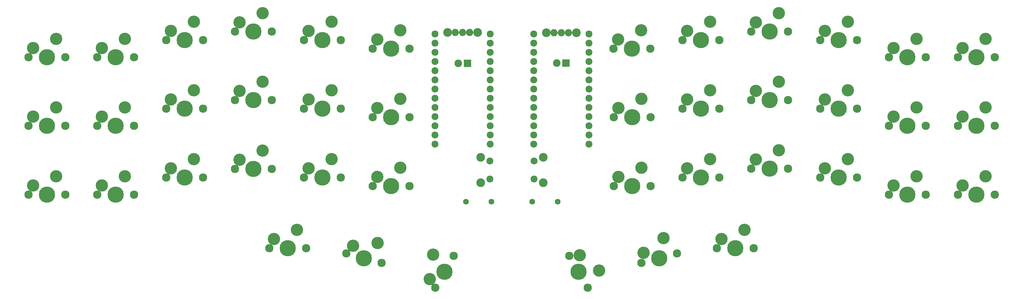
<source format=gts>
G04 #@! TF.GenerationSoftware,KiCad,Pcbnew,7.0.7*
G04 #@! TF.CreationDate,2024-01-09T11:53:46+08:00*
G04 #@! TF.ProjectId,corne-cherry,636f726e-652d-4636-9865-7272792e6b69,3.0.1*
G04 #@! TF.SameCoordinates,Original*
G04 #@! TF.FileFunction,Soldermask,Top*
G04 #@! TF.FilePolarity,Negative*
%FSLAX46Y46*%
G04 Gerber Fmt 4.6, Leading zero omitted, Abs format (unit mm)*
G04 Created by KiCad (PCBNEW 7.0.7) date 2024-01-09 11:53:46*
%MOMM*%
%LPD*%
G01*
G04 APERTURE LIST*
G04 Aperture macros list*
%AMRoundRect*
0 Rectangle with rounded corners*
0 $1 Rounding radius*
0 $2 $3 $4 $5 $6 $7 $8 $9 X,Y pos of 4 corners*
0 Add a 4 corners polygon primitive as box body*
4,1,4,$2,$3,$4,$5,$6,$7,$8,$9,$2,$3,0*
0 Add four circle primitives for the rounded corners*
1,1,$1+$1,$2,$3*
1,1,$1+$1,$4,$5*
1,1,$1+$1,$6,$7*
1,1,$1+$1,$8,$9*
0 Add four rect primitives between the rounded corners*
20,1,$1+$1,$2,$3,$4,$5,0*
20,1,$1+$1,$4,$5,$6,$7,0*
20,1,$1+$1,$6,$7,$8,$9,0*
20,1,$1+$1,$8,$9,$2,$3,0*%
G04 Aperture macros list end*
%ADD10C,1.600000*%
%ADD11C,2.300000*%
%ADD12C,3.400000*%
%ADD13C,4.500000*%
%ADD14C,1.924000*%
%ADD15C,2.400000*%
%ADD16RoundRect,0.200000X0.850000X-0.850000X0.850000X0.850000X-0.850000X0.850000X-0.850000X-0.850000X0*%
%ADD17O,2.100000X2.100000*%
%ADD18O,2.000000X2.000000*%
G04 APERTURE END LIST*
D10*
X142777500Y-75770000D03*
X135777500Y-75770000D03*
D11*
X34027500Y-35780000D03*
D12*
X35297500Y-33240000D03*
D13*
X39107500Y-35780000D03*
D12*
X41647500Y-30700000D03*
D11*
X44187500Y-35780000D03*
X53027500Y-31030000D03*
D12*
X54297500Y-28490000D03*
D13*
X58107500Y-31030000D03*
D12*
X60647500Y-25950000D03*
D11*
X63187500Y-31030000D03*
X72027500Y-28655000D03*
D12*
X73297500Y-26115000D03*
D13*
X77107500Y-28655000D03*
D12*
X79647500Y-23575000D03*
D11*
X82187500Y-28655000D03*
X91027500Y-31030000D03*
D12*
X92297500Y-28490000D03*
D13*
X96107500Y-31030000D03*
D12*
X98647500Y-25950000D03*
D11*
X101187500Y-31030000D03*
X15027500Y-54780000D03*
D12*
X16297500Y-52240000D03*
D13*
X20107500Y-54780000D03*
D12*
X22647500Y-49700000D03*
D11*
X25187500Y-54780000D03*
X34027500Y-54780000D03*
D12*
X35297500Y-52240000D03*
D13*
X39107500Y-54780000D03*
D12*
X41647500Y-49700000D03*
D11*
X44187500Y-54780000D03*
X53027500Y-50030000D03*
D12*
X54297500Y-47490000D03*
D13*
X58107500Y-50030000D03*
D12*
X60647500Y-44950000D03*
D11*
X63187500Y-50030000D03*
X72027500Y-47655000D03*
D12*
X73297500Y-45115000D03*
D13*
X77107500Y-47655000D03*
D12*
X79647500Y-42575000D03*
D11*
X82187500Y-47655000D03*
X91027500Y-50030000D03*
D12*
X92297500Y-47490000D03*
D13*
X96107500Y-50030000D03*
D12*
X98647500Y-44950000D03*
D11*
X101187500Y-50030000D03*
X110027500Y-52405000D03*
D12*
X111297500Y-49865000D03*
D13*
X115107500Y-52405000D03*
D12*
X117647500Y-47325000D03*
D11*
X120187500Y-52405000D03*
X15027500Y-73780000D03*
D12*
X16297500Y-71240000D03*
D13*
X20107500Y-73780000D03*
D12*
X22647500Y-68700000D03*
D11*
X25187500Y-73780000D03*
X34027500Y-73780000D03*
D12*
X35297500Y-71240000D03*
D13*
X39107500Y-73780000D03*
D12*
X41647500Y-68700000D03*
D11*
X44187500Y-73780000D03*
X53027500Y-69030000D03*
D12*
X54297500Y-66490000D03*
D13*
X58107500Y-69030000D03*
D12*
X60647500Y-63950000D03*
D11*
X63187500Y-69030000D03*
X72027500Y-66655000D03*
D12*
X73297500Y-64115000D03*
D13*
X77107500Y-66655000D03*
D12*
X79647500Y-61575000D03*
D11*
X82187500Y-66655000D03*
X91027500Y-69030000D03*
D12*
X92297500Y-66490000D03*
D13*
X96107500Y-69030000D03*
D12*
X98647500Y-63950000D03*
D11*
X101187500Y-69030000D03*
X110027500Y-71405000D03*
D12*
X111297500Y-68865000D03*
D13*
X115107500Y-71405000D03*
D12*
X117647500Y-66325000D03*
D11*
X120187500Y-71405000D03*
X81527500Y-88655000D03*
D12*
X82797500Y-86115000D03*
D13*
X86607500Y-88655000D03*
D12*
X89147500Y-83575000D03*
D11*
X91687500Y-88655000D03*
X102700597Y-90090199D03*
D12*
X104584723Y-87965448D03*
D13*
X107607500Y-91405000D03*
D12*
X111375752Y-87155497D03*
D11*
X112514403Y-92719801D03*
X127317500Y-99554409D03*
D12*
X125752795Y-97184557D03*
D13*
X129857500Y-95155000D03*
D12*
X126728091Y-90415295D03*
D11*
X132397500Y-90755591D03*
X164324500Y-90750591D03*
D12*
X167159205Y-90580443D03*
D13*
X166864500Y-95150000D03*
D12*
X172533909Y-94809705D03*
D11*
X169404500Y-99549409D03*
D10*
X154037500Y-75780000D03*
X161037500Y-75780000D03*
D11*
X214534500Y-66650000D03*
D12*
X215804500Y-64110000D03*
D13*
X219614500Y-66650000D03*
D12*
X222154500Y-61570000D03*
D11*
X224694500Y-66650000D03*
X195534500Y-69025000D03*
D12*
X196804500Y-66485000D03*
D13*
X200614500Y-69025000D03*
D12*
X203154500Y-63945000D03*
D11*
X205694500Y-69025000D03*
X176534500Y-71400000D03*
D12*
X177804500Y-68860000D03*
D13*
X181614500Y-71400000D03*
D12*
X184154500Y-66320000D03*
D11*
X186694500Y-71400000D03*
X205034500Y-88650000D03*
D12*
X206304500Y-86110000D03*
D13*
X210114500Y-88650000D03*
D12*
X212654500Y-83570000D03*
D11*
X215194500Y-88650000D03*
X184207597Y-92714801D03*
D12*
X184776922Y-89932649D03*
D13*
X189114500Y-91400000D03*
D12*
X190253151Y-85835696D03*
D11*
X194021403Y-90085199D03*
X214534500Y-28650000D03*
D12*
X215804500Y-26110000D03*
D13*
X219614500Y-28650000D03*
D12*
X222154500Y-23570000D03*
D11*
X224694500Y-28650000D03*
X195534500Y-31025000D03*
D12*
X196804500Y-28485000D03*
D13*
X200614500Y-31025000D03*
D12*
X203154500Y-25945000D03*
D11*
X205694500Y-31025000D03*
X271534500Y-54775000D03*
D12*
X272804500Y-52235000D03*
D13*
X276614500Y-54775000D03*
D12*
X279154500Y-49695000D03*
D11*
X281694500Y-54775000D03*
X233534500Y-31025000D03*
D12*
X234804500Y-28485000D03*
D13*
X238614500Y-31025000D03*
D12*
X241154500Y-25945000D03*
D11*
X243694500Y-31025000D03*
X252534500Y-54775000D03*
D12*
X253804500Y-52235000D03*
D13*
X257614500Y-54775000D03*
D12*
X260154500Y-49695000D03*
D11*
X262694500Y-54775000D03*
X252534500Y-73775000D03*
D12*
X253804500Y-71235000D03*
D13*
X257614500Y-73775000D03*
D12*
X260154500Y-68695000D03*
D11*
X262694500Y-73775000D03*
X233534500Y-69025000D03*
D12*
X234804500Y-66485000D03*
D13*
X238614500Y-69025000D03*
D12*
X241154500Y-63945000D03*
D11*
X243694500Y-69025000D03*
X271534500Y-35775000D03*
D12*
X272804500Y-33235000D03*
D13*
X276614500Y-35775000D03*
D12*
X279154500Y-30695000D03*
D11*
X281694500Y-35775000D03*
X252534500Y-35775000D03*
D12*
X253804500Y-33235000D03*
D13*
X257614500Y-35775000D03*
D12*
X260154500Y-30695000D03*
D11*
X262694500Y-35775000D03*
X233534500Y-50025000D03*
D12*
X234804500Y-47485000D03*
D13*
X238614500Y-50025000D03*
D12*
X241154500Y-44945000D03*
D11*
X243694500Y-50025000D03*
X214534500Y-47650000D03*
D12*
X215804500Y-45110000D03*
D13*
X219614500Y-47650000D03*
D12*
X222154500Y-42570000D03*
D11*
X224694500Y-47650000D03*
X195534500Y-50025000D03*
D12*
X196804500Y-47485000D03*
D13*
X200614500Y-50025000D03*
D12*
X203154500Y-44945000D03*
D11*
X205694500Y-50025000D03*
X176534500Y-52400000D03*
D12*
X177804500Y-49860000D03*
D13*
X181614500Y-52400000D03*
D12*
X184154500Y-47320000D03*
D11*
X186694500Y-52400000D03*
X271534500Y-73775000D03*
D12*
X272804500Y-71235000D03*
D13*
X276614500Y-73775000D03*
D12*
X279154500Y-68695000D03*
D11*
X281694500Y-73775000D03*
X15027500Y-35780000D03*
D12*
X16297500Y-33240000D03*
D13*
X20107500Y-35780000D03*
D12*
X22647500Y-30700000D03*
D11*
X25187500Y-35780000D03*
X110027500Y-33405000D03*
D12*
X111297500Y-30865000D03*
D13*
X115107500Y-33405000D03*
D12*
X117647500Y-28325000D03*
D11*
X120187500Y-33405000D03*
X176527500Y-33405000D03*
D12*
X177797500Y-30865000D03*
D13*
X181607500Y-33405000D03*
D12*
X184147500Y-28325000D03*
D11*
X186687500Y-33405000D03*
D14*
X154557500Y-64480000D03*
X154557500Y-69480000D03*
D15*
X157057500Y-63480000D03*
X157057500Y-70480000D03*
D14*
X169713500Y-29330000D03*
X169713500Y-31870000D03*
X169713500Y-34410000D03*
X169713500Y-36950000D03*
X169713500Y-39490000D03*
X169713500Y-42030000D03*
X169713500Y-44570000D03*
X169713500Y-47110000D03*
X169713500Y-49650000D03*
X169713500Y-52190000D03*
X169713500Y-54730000D03*
X169713500Y-57270000D03*
X169713500Y-59810000D03*
X154473500Y-59810000D03*
X154473500Y-57270000D03*
X154473500Y-54730000D03*
X154473500Y-52190000D03*
X154473500Y-49650000D03*
X154473500Y-47110000D03*
X154473500Y-44570000D03*
X154473500Y-42030000D03*
X154473500Y-39490000D03*
X154473500Y-36950000D03*
X154473500Y-34410000D03*
X154473500Y-31870000D03*
X154473500Y-29330000D03*
X142357500Y-69479999D03*
X142357500Y-64479999D03*
D15*
X139857500Y-70479999D03*
X139857500Y-63479999D03*
D14*
X142417500Y-29330000D03*
X142417500Y-31870000D03*
X142417500Y-34410000D03*
X142417500Y-36950000D03*
X142417500Y-39490000D03*
X142417500Y-42030000D03*
X142417500Y-44570000D03*
X142417500Y-47110000D03*
X142417500Y-49650000D03*
X142417500Y-52190000D03*
X142417500Y-54730000D03*
X142417500Y-57270000D03*
X142417500Y-59810000D03*
X127177500Y-59810000D03*
X127177500Y-57270000D03*
X127177500Y-54730000D03*
X127177500Y-52190000D03*
X127177500Y-49650000D03*
X127177500Y-47110000D03*
X127177500Y-44570000D03*
X127177500Y-42030000D03*
X127177500Y-39490000D03*
X127177500Y-36950000D03*
X127177500Y-34410000D03*
X127177500Y-31870000D03*
X127177500Y-29330000D03*
D16*
X163343500Y-37433000D03*
D17*
X160803500Y-37433000D03*
D18*
X132797500Y-28893000D03*
X134797500Y-28893000D03*
X136797500Y-28893000D03*
D15*
X138947500Y-28893000D03*
X130647500Y-28893000D03*
D18*
X160057500Y-29033000D03*
X162057500Y-29033000D03*
X164057500Y-29033000D03*
D15*
X166207500Y-29033000D03*
X157907500Y-29033000D03*
D16*
X136185500Y-37458000D03*
D17*
X133645500Y-37458000D03*
M02*

</source>
